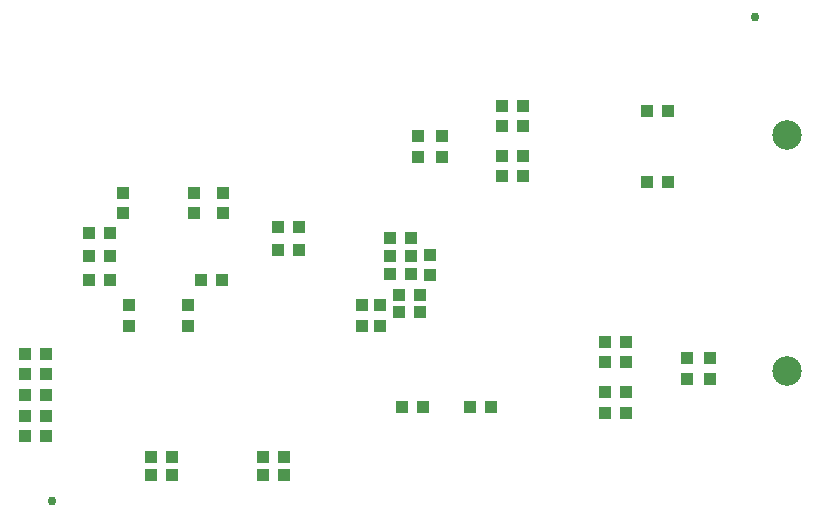
<source format=gbp>
G04 #@! TF.GenerationSoftware,KiCad,Pcbnew,5.0.0-rc1-44a33f2~62~ubuntu18.04.1*
G04 #@! TF.CreationDate,2018-04-18T04:45:04+00:00*
G04 #@! TF.ProjectId,glasgow,676C6173676F772E6B696361645F7063,rev?*
G04 #@! TF.SameCoordinates,Original*
G04 #@! TF.FileFunction,Paste,Bot*
G04 #@! TF.FilePolarity,Positive*
%FSLAX46Y46*%
G04 Gerber Fmt 4.6, Leading zero omitted, Abs format (unit mm)*
G04 Created by KiCad (PCBNEW 5.0.0-rc1-44a33f2~62~ubuntu18.04.1) date Wed Apr 18 04:45:04 2018*
%MOMM*%
%LPD*%
G01*
G04 APERTURE LIST*
%ADD10C,0.750000*%
%ADD11R,0.995000X1.000000*%
%ADD12R,1.000000X0.995000*%
%ADD13C,2.500000*%
G04 APERTURE END LIST*
D10*
X119750000Y-75000000D03*
X60250000Y-116000000D03*
D11*
X100137500Y-86750000D03*
X98362500Y-86750000D03*
D12*
X92250000Y-96887500D03*
X92250000Y-95112500D03*
X93250000Y-86887500D03*
X93250000Y-85112500D03*
X91250000Y-85112500D03*
X91250000Y-86887500D03*
D11*
X110612500Y-89000000D03*
X112387500Y-89000000D03*
X112387500Y-83000000D03*
X110612500Y-83000000D03*
X108887500Y-106750000D03*
X107112500Y-106750000D03*
X107112500Y-108500000D03*
X108887500Y-108500000D03*
X95612500Y-108000000D03*
X97387500Y-108000000D03*
X91637500Y-108000000D03*
X89862500Y-108000000D03*
D12*
X116000000Y-105637500D03*
X116000000Y-103862500D03*
X114000000Y-103862500D03*
X114000000Y-105637500D03*
D11*
X100137500Y-84250000D03*
X98362500Y-84250000D03*
X100137500Y-82500000D03*
X98362500Y-82500000D03*
D13*
X122500000Y-105000000D03*
X122500000Y-85000000D03*
D11*
X89612500Y-98500000D03*
X91387500Y-98500000D03*
X59787500Y-103500000D03*
X58012500Y-103500000D03*
X58012500Y-107000000D03*
X59787500Y-107000000D03*
X59787500Y-108750000D03*
X58012500Y-108750000D03*
X58012500Y-110500000D03*
X59787500Y-110500000D03*
X59787500Y-105250000D03*
X58012500Y-105250000D03*
X108887500Y-104250000D03*
X107112500Y-104250000D03*
X107112500Y-102500000D03*
X108887500Y-102500000D03*
X98362500Y-88500000D03*
X100137500Y-88500000D03*
X79362500Y-92750000D03*
X81137500Y-92750000D03*
X81137500Y-94750000D03*
X79362500Y-94750000D03*
X90637500Y-95250000D03*
X88862500Y-95250000D03*
X88862500Y-93750000D03*
X90637500Y-93750000D03*
X89612500Y-100000000D03*
X91387500Y-100000000D03*
D12*
X88000000Y-99362500D03*
X88000000Y-101137500D03*
X86500000Y-101137500D03*
X86500000Y-99362500D03*
D11*
X79887500Y-112250000D03*
X78112500Y-112250000D03*
X90637500Y-96750000D03*
X88862500Y-96750000D03*
X79887500Y-113750000D03*
X78112500Y-113750000D03*
D12*
X74750000Y-89862500D03*
X74750000Y-91637500D03*
D11*
X70387500Y-113750000D03*
X68612500Y-113750000D03*
X68612500Y-112250000D03*
X70387500Y-112250000D03*
D12*
X71750000Y-101137500D03*
X71750000Y-99362500D03*
X66250000Y-91637500D03*
X66250000Y-89862500D03*
X72250000Y-91637500D03*
X72250000Y-89862500D03*
D11*
X74637500Y-97250000D03*
X72862500Y-97250000D03*
X65137500Y-93250000D03*
X63362500Y-93250000D03*
X63362500Y-95250000D03*
X65137500Y-95250000D03*
X65137500Y-97250000D03*
X63362500Y-97250000D03*
D12*
X66750000Y-101137500D03*
X66750000Y-99362500D03*
M02*

</source>
